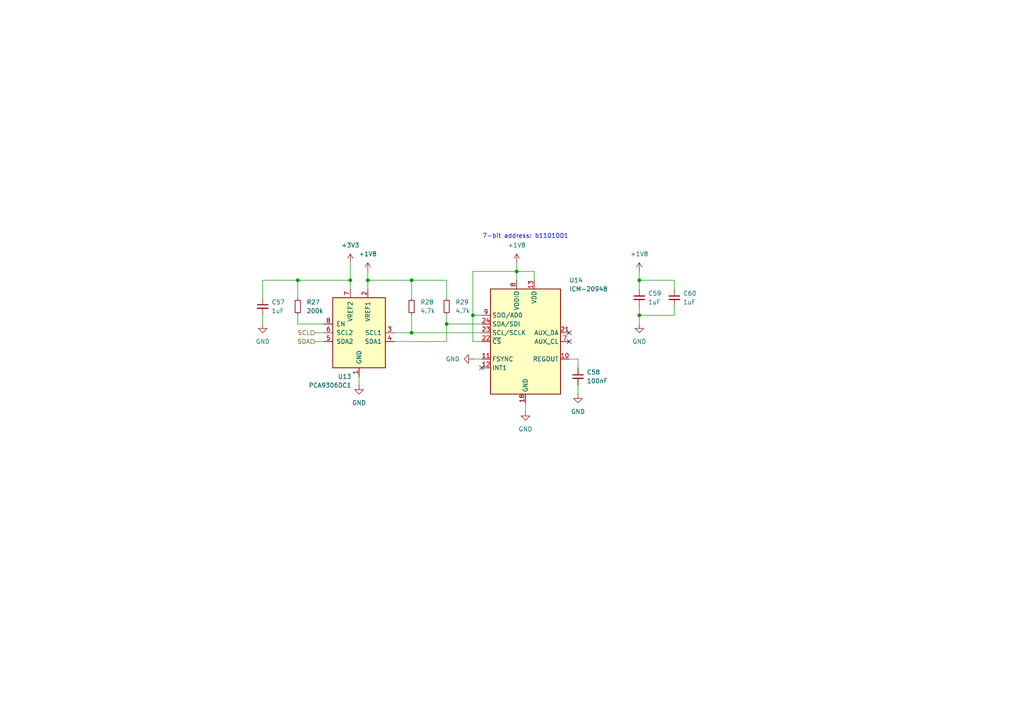
<source format=kicad_sch>
(kicad_sch (version 20250114) (generator "eeschema") (generator_version "9.0")
  (paper "A4")
  (lib_symbols
    (symbol "Device:C_Small" (pin_numbers (hide yes)) (pin_names (offset 0.254) (hide yes))
      (property "Reference" "C" (at 0.254 1.778 0))
      (property "Value" "C_Small" (at 0.254 -2.032 0))
      (symbol "C_Small_0_1"
        (polyline (pts (xy -1.524 0.508) (xy 1.524 0.508)) (stroke (width 0.3048)))
        (polyline (pts (xy -1.524 -0.508) (xy 1.524 -0.508)) (stroke (width 0.3302)))
      )
      (symbol "C_Small_1_1"
        (pin passive line (at 0 2.54 270) (length 2.032) (name "~") (number "1"))
        (pin passive line (at 0 -2.54 90) (length 2.032) (name "~") (number "2"))
      )
    )
    (symbol "Device:R_Small" (pin_numbers (hide yes)) (pin_names (offset 0.254) (hide yes))
      (property "Reference" "R" (at 0.762 0.508 0))
      (property "Value" "R_Small" (at 0.762 -1.016 0))
      (symbol "R_Small_0_1"
        (rectangle (start -0.762 1.778) (end 0.762 -1.778) (stroke (width 0.2032)))
      )
      (symbol "R_Small_1_1"
        (pin passive line (at 0 2.54 270) (length 0.762) (name "~") (number "1"))
        (pin passive line (at 0 -2.54 90) (length 0.762) (name "~") (number "2"))
      )
    )
    (symbol "Interface:PCA9306DC1" (pin_names (offset 1.016))
      (property "Reference" "U" (at -7.62 11.43 0))
      (property "Value" "PCA9306DC1" (at 3.81 11.43 0))
      (symbol "PCA9306DC1_0_1"
        (rectangle (start -7.62 10.16) (end 7.62 -10.16) (stroke (width 0.254)) (fill (type background)))
      )
      (symbol "PCA9306DC1_1_1"
        (pin bidirectional line (at -10.16 0 0) (length 2.54) (name "SCL1") (number "3"))
        (pin bidirectional line (at -10.16 -2.54 0) (length 2.54) (name "SDA1") (number "4"))
        (pin power_in line (at -2.54 12.7 270) (length 2.54) (name "VREF1") (number "2"))
        (pin power_in line (at 0 -12.7 90) (length 2.54) (name "GND") (number "1"))
        (pin power_in line (at 2.54 12.7 270) (length 2.54) (name "VREF2") (number "7"))
        (pin input line (at 10.16 2.54 180) (length 2.54) (name "EN") (number "8"))
        (pin bidirectional line (at 10.16 0 180) (length 2.54) (name "SCL2") (number "6"))
        (pin bidirectional line (at 10.16 -2.54 180) (length 2.54) (name "SDA2") (number "5"))
      )
    )
    (symbol "Sensor_Motion:ICM-20948"
      (property "Reference" "U" (at -11.43 16.51 0))
      (property "Value" "ICM-20948" (at 7.62 -16.51 0))
      (symbol "ICM-20948_0_1"
        (rectangle (start -10.16 15.24) (end 10.16 -15.24) (stroke (width 0.254)) (fill (type background)))
      )
      (symbol "ICM-20948_1_1"
        (pin bidirectional line (at -12.7 7.62 0) (length 2.54) (name "SDO/AD0") (number "9"))
        (pin bidirectional line (at -12.7 5.08 0) (length 2.54) (name "SDA/SDI") (number "24"))
        (pin input line (at -12.7 2.54 0) (length 2.54) (name "SCL/SCLK") (number "23"))
        (pin input line (at -12.7 0 0) (length 2.54) (name "~{CS}") (number "22"))
        (pin input line (at -12.7 -5.08 0) (length 2.54) (name "FSYNC") (number "11"))
        (pin output line (at -12.7 -7.62 0) (length 2.54) (name "INT1") (number "12"))
        (pin no_connect line (at -10.16 12.7 0) (length 2.54) (hide yes) (name "NC") (number "1"))
        (pin no_connect line (at -10.16 10.16 0) (length 2.54) (hide yes) (name "NC") (number "2"))
        (pin no_connect line (at -10.16 -2.54 0) (length 2.54) (hide yes) (name "NC") (number "3"))
        (pin no_connect line (at -10.16 -10.16 0) (length 2.54) (hide yes) (name "NC") (number "4"))
        (pin no_connect line (at -10.16 -12.7 0) (length 2.54) (hide yes) (name "NC") (number "5"))
        (pin power_in line (at -2.54 17.78 270) (length 2.54) (name "VDDIO") (number "8"))
        (pin power_in line (at 0 -17.78 90) (length 2.54) (name "GND") (number "18"))
        (pin passive line (at 0 -17.78 90) (length 2.54) (hide yes) (name "GND") (number "20"))
        (pin power_in line (at 2.54 17.78 270) (length 2.54) (name "VDD") (number "13"))
        (pin no_connect line (at 10.16 10.16 180) (length 2.54) (hide yes) (name "NC") (number "6"))
        (pin no_connect line (at 10.16 7.62 180) (length 2.54) (hide yes) (name "NC") (number "14"))
        (pin no_connect line (at 10.16 5.08 180) (length 2.54) (hide yes) (name "NC") (number "15"))
        (pin no_connect line (at 10.16 -7.62 180) (length 2.54) (hide yes) (name "NC") (number "16"))
        (pin no_connect line (at 10.16 -10.16 180) (length 2.54) (hide yes) (name "NC") (number "17"))
        (pin no_connect line (at 10.16 -12.7 180) (length 2.54) (hide yes) (name "RESV") (number "19"))
        (pin bidirectional line (at 12.7 2.54 180) (length 2.54) (name "AUX_DA") (number "21"))
        (pin output line (at 12.7 0 180) (length 2.54) (name "AUX_CL") (number "7"))
        (pin passive line (at 12.7 -5.08 180) (length 2.54) (name "REGOUT") (number "10"))
      )
    )
    (symbol "power:+3V3" (power) (pin_numbers (hide yes)) (pin_names (offset 0) (hide yes))
      (property "Value" "+3V3" (at 0 3.556 0))
      (symbol "+3V3_0_1"
        (polyline (pts (xy -0.762 1.27) (xy 0 2.54)))
        (polyline (pts (xy 0 2.54) (xy 0.762 1.27)))
        (polyline (pts (xy 0 0) (xy 0 2.54)))
      )
      (symbol "+3V3_1_1"
        (pin power_in line (at 0 0 90) (length 0) (name "~") (number "1"))
      )
    )
    (symbol "power:GND" (power) (pin_numbers (hide yes)) (pin_names (offset 0) (hide yes))
      (property "Value" "GND" (at 0 -3.81 0))
      (symbol "GND_0_1"
        (polyline (pts (xy 0 0) (xy 0 -1.27) (xy 1.27 -1.27) (xy 0 -2.54) (xy -1.27 -1.27) (xy 0 -1.27)))
      )
      (symbol "GND_1_1"
        (pin power_in line (at 0 0 270) (length 0) (name "~") (number "1"))
      )
    )
  )
  (text "7-bit address: b1101001" (at 152.4 68.58 0) (effects (font (size 1.27 1.27))))
  (junction (at 86.36 81.28))
  (junction (at 106.68 81.28))
  (junction (at 185.42 91.44))
  (junction (at 137.16 91.44))
  (junction (at 119.38 96.52))
  (junction (at 149.86 78.74))
  (junction (at 101.6 81.28))
  (junction (at 185.42 81.28))
  (junction (at 129.54 93.98))
  (junction (at 119.38 81.28))
  (no_connect (at 139.7 106.68))
  (no_connect (at 165.1 96.52))
  (no_connect (at 165.1 99.06))
  (wire (pts (xy 137.16 99.06) (xy 137.16 91.44)))
  (wire (pts (xy 185.42 81.28) (xy 185.42 83.82)))
  (wire (pts (xy 76.2 91.44) (xy 76.2 93.98)))
  (wire (pts (xy 137.16 91.44) (xy 137.16 78.74)))
  (wire (pts (xy 139.7 91.44) (xy 137.16 91.44)))
  (wire (pts (xy 185.42 91.44) (xy 195.58 91.44)))
  (wire (pts (xy 139.7 93.98) (xy 129.54 93.98)))
  (wire (pts (xy 195.58 81.28) (xy 185.42 81.28)))
  (wire (pts (xy 139.7 99.06) (xy 137.16 99.06)))
  (wire (pts (xy 167.64 104.14) (xy 165.1 104.14)))
  (wire (pts (xy 149.86 78.74) (xy 149.86 81.28)))
  (wire (pts (xy 195.58 91.44) (xy 195.58 88.9)))
  (wire (pts (xy 137.16 104.14) (xy 139.7 104.14)))
  (wire (pts (xy 119.38 81.28) (xy 119.38 86.36)))
  (wire (pts (xy 195.58 81.28) (xy 195.58 83.82)))
  (wire (pts (xy 114.3 96.52) (xy 119.38 96.52)))
  (wire (pts (xy 185.42 88.9) (xy 185.42 91.44)))
  (wire (pts (xy 91.44 96.52) (xy 93.98 96.52)))
  (wire (pts (xy 129.54 99.06) (xy 114.3 99.06)))
  (wire (pts (xy 93.98 93.98) (xy 86.36 93.98)))
  (wire (pts (xy 129.54 91.44) (xy 129.54 93.98)))
  (wire (pts (xy 119.38 91.44) (xy 119.38 96.52)))
  (wire (pts (xy 149.86 78.74) (xy 154.94 78.74)))
  (wire (pts (xy 106.68 81.28) (xy 119.38 81.28)))
  (wire (pts (xy 91.44 99.06) (xy 93.98 99.06)))
  (wire (pts (xy 106.68 78.74) (xy 106.68 81.28)))
  (wire (pts (xy 104.14 109.22) (xy 104.14 111.76)))
  (wire (pts (xy 152.4 116.84) (xy 152.4 119.38)))
  (wire (pts (xy 154.94 78.74) (xy 154.94 81.28)))
  (wire (pts (xy 167.64 106.68) (xy 167.64 104.14)))
  (wire (pts (xy 76.2 81.28) (xy 86.36 81.28)))
  (wire (pts (xy 185.42 81.28) (xy 185.42 78.74)))
  (wire (pts (xy 149.86 76.2) (xy 149.86 78.74)))
  (wire (pts (xy 86.36 81.28) (xy 86.36 86.36)))
  (wire (pts (xy 106.68 81.28) (xy 106.68 83.82)))
  (wire (pts (xy 119.38 81.28) (xy 129.54 81.28)))
  (wire (pts (xy 167.64 111.76) (xy 167.64 114.3)))
  (wire (pts (xy 129.54 81.28) (xy 129.54 86.36)))
  (wire (pts (xy 137.16 78.74) (xy 149.86 78.74)))
  (wire (pts (xy 185.42 91.44) (xy 185.42 93.98)))
  (wire (pts (xy 101.6 76.2) (xy 101.6 81.28)))
  (wire (pts (xy 101.6 81.28) (xy 101.6 83.82)))
  (wire (pts (xy 86.36 93.98) (xy 86.36 91.44)))
  (wire (pts (xy 119.38 96.52) (xy 139.7 96.52)))
  (wire (pts (xy 129.54 93.98) (xy 129.54 99.06)))
  (wire (pts (xy 76.2 86.36) (xy 76.2 81.28)))
  (wire (pts (xy 86.36 81.28) (xy 101.6 81.28)))
  (hierarchical_label "SCL" (shape input) (at 91.44 96.52 180))
  (hierarchical_label "SDA" (shape input) (at 91.44 99.06 180))
  (symbol (lib_id "Device:C_Small") (at 195.58 86.36 0) (unit 1)
    (property "Reference" "C60" (at 198.12 85.0962 0) (effects (justify left)))
    (property "Value" "1uF" (at 198.12 87.6362 0) (effects (justify left)))
    (property "Footprint" "Capacitor_SMD:C_0402_1005Metric" (effects (hide yes)))
    (property "Description" "Unpolarized capacitor, small symbol" (effects (hide yes)))
    (property "LCSC" "C52923" (effects (hide yes)))
  )
  (symbol (lib_id "power:+3V3") (at 101.6 76.2 0) (unit 1)
    (property "Reference" "#PWR0167" (effects (hide yes)))
    (property "Value" "+3V3" (at 101.6 71.12 0))
    (property "Description" "Power symbol creates a global label with name \"+3V3\"" (effects (hide yes)))
  )
  (symbol (lib_id "power:GND") (at 137.16 104.14 270) (unit 1)
    (property "Reference" "#PWR0170" (effects (hide yes)))
    (property "Value" "GND" (at 133.35 104.1399 90) (effects (justify right)))
    (property "Description" "Power symbol creates a global label with name \"GND\" , ground" (effects (hide yes)))
  )
  (symbol (lib_id "Interface:PCA9306DC1") (at 104.14 96.52 0) (mirror y) (unit 1)
    (property "Reference" "U13" (at 101.9459 109.22 0) (effects (justify left)))
    (property "Value" "PCA9306DC1" (at 101.9459 111.76 0) (effects (justify left)))
    (property "Footprint" "Package_SO:VSSOP-8_2.3x2mm_P0.5mm" (effects (hide yes)))
    (property "Datasheet" "https://www.nxp.com/docs/en/data-sheet/PCA9306.pdf" (effects (hide yes)))
    (property "Description" "Dual bidirectional I2C Bus and SMBus voltage level translator, VSSOP-8" (effects (hide yes)))
    (property "LCSC" "C129510" (effects (hide yes)))
  )
  (symbol (lib_id "Device:R_Small") (at 129.54 88.9 180) (unit 1)
    (property "Reference" "R29" (at 132.08 87.6299 0) (effects (justify right)))
    (property "Value" "4.7k" (at 132.08 90.1699 0) (effects (justify right)))
    (property "Footprint" "Resistor_SMD:R_0402_1005Metric" (effects (hide yes)))
    (property "Description" "Resistor, small symbol" (effects (hide yes)))
    (property "LCSC" "C25900" (effects (hide yes)))
  )
  (symbol (lib_id "power:+3V3") (at 149.86 76.2 0) (unit 1)
    (property "Reference" "#PWR0171" (effects (hide yes)))
    (property "Value" "+1V8" (at 149.86 71.12 0))
    (property "Description" "Power symbol creates a global label with name \"+1V8\"" (effects (hide yes)))
  )
  (symbol (lib_id "Device:R_Small") (at 86.36 88.9 0) (unit 1)
    (property "Reference" "R27" (at 88.9 87.6299 0) (effects (justify left)))
    (property "Value" "200k" (at 88.9 90.1699 0) (effects (justify left)))
    (property "Footprint" "Resistor_SMD:R_0402_1005Metric" (effects (hide yes)))
    (property "Description" "Resistor, small symbol" (effects (hide yes)))
    (property "LCSC" "C25764" (effects (hide yes)))
  )
  (symbol (lib_id "power:GND") (at 152.4 119.38 0) (unit 1)
    (property "Reference" "#PWR0172" (effects (hide yes)))
    (property "Value" "GND" (at 152.4 124.46 0))
    (property "Description" "Power symbol creates a global label with name \"GND\" , ground" (effects (hide yes)))
  )
  (symbol (lib_id "power:+3V3") (at 185.42 78.74 0) (unit 1)
    (property "Reference" "#PWR0174" (effects (hide yes)))
    (property "Value" "+1V8" (at 185.42 73.66 0))
    (property "Description" "Power symbol creates a global label with name \"+1V8\"" (effects (hide yes)))
  )
  (symbol (lib_id "Device:C_Small") (at 76.2 88.9 0) (unit 1)
    (property "Reference" "C57" (at 78.74 87.6362 0) (effects (justify left)))
    (property "Value" "1uF" (at 78.74 90.1762 0) (effects (justify left)))
    (property "Footprint" "Capacitor_SMD:C_0402_1005Metric" (effects (hide yes)))
    (property "Description" "Unpolarized capacitor, small symbol" (effects (hide yes)))
    (property "LCSC" "C52923" (effects (hide yes)))
  )
  (symbol (lib_id "Device:C_Small") (at 167.64 109.22 0) (unit 1)
    (property "Reference" "C58" (at 170.18 107.9562 0) (effects (justify left)))
    (property "Value" "100nF" (at 170.18 110.4962 0) (effects (justify left)))
    (property "Footprint" "Capacitor_SMD:C_0402_1005Metric" (effects (hide yes)))
    (property "Description" "Unpolarized capacitor, small symbol" (effects (hide yes)))
    (property "LCSC" "C307331" (effects (hide yes)))
    (property "Voltage" "50V" (effects (hide yes)))
  )
  (symbol (lib_id "Sensor_Motion:ICM-20948") (at 152.4 99.06 0) (unit 1)
    (property "Reference" "U14" (at 165.1 81.28 0) (effects (justify left)))
    (property "Value" "ICM-20948" (at 165.1 83.82 0) (effects (justify left)))
    (property "Footprint" "Sensor_Motion:InvenSense_QFN-24_3x3mm_P0.4mm" (effects (hide yes)))
    (property "Datasheet" "http://www.invensense.com/wp-content/uploads/2016/06/DS-000189-ICM-20948-v1.3.pdf" (effects (hide yes)))
    (property "Description" "InvenSense 9-Axis Motion Sensor, Accelerometer, Gyroscope, Compass, I2C/SPI, QFN-24" (effects (hide yes)))
    (property "LCSC" "C726001" (effects (hide yes)))
  )
  (symbol (lib_id "power:GND") (at 76.2 93.98 0) (unit 1)
    (property "Reference" "#PWR0166" (effects (hide yes)))
    (property "Value" "GND" (at 76.2 99.06 0))
    (property "Description" "Power symbol creates a global label with name \"GND\" , ground" (effects (hide yes)))
  )
  (symbol (lib_id "power:GND") (at 104.14 111.76 0) (unit 1)
    (property "Reference" "#PWR0168" (effects (hide yes)))
    (property "Value" "GND" (at 104.14 116.84 0))
    (property "Description" "Power symbol creates a global label with name \"GND\" , ground" (effects (hide yes)))
  )
  (symbol (lib_id "power:GND") (at 185.42 93.98 0) (unit 1)
    (property "Reference" "#PWR0175" (effects (hide yes)))
    (property "Value" "GND" (at 185.42 99.06 0))
    (property "Description" "Power symbol creates a global label with name \"GND\" , ground" (effects (hide yes)))
  )
  (symbol (lib_id "power:+3V3") (at 106.68 78.74 0) (unit 1)
    (property "Reference" "#PWR0169" (effects (hide yes)))
    (property "Value" "+1V8" (at 106.68 73.66 0))
    (property "Description" "Power symbol creates a global label with name \"+1V8\"" (effects (hide yes)))
  )
  (symbol (lib_id "Device:C_Small") (at 185.42 86.36 0) (unit 1)
    (property "Reference" "C59" (at 187.96 85.0962 0) (effects (justify left)))
    (property "Value" "1uF" (at 187.96 87.6362 0) (effects (justify left)))
    (property "Footprint" "Capacitor_SMD:C_0402_1005Metric" (effects (hide yes)))
    (property "Description" "Unpolarized capacitor, small symbol" (effects (hide yes)))
    (property "LCSC" "C52923" (effects (hide yes)))
  )
  (symbol (lib_id "power:GND") (at 167.64 114.3 0) (unit 1)
    (property "Reference" "#PWR0173" (effects (hide yes)))
    (property "Value" "GND" (at 167.64 119.38 0))
    (property "Description" "Power symbol creates a global label with name \"GND\" , ground" (effects (hide yes)))
  )
  (symbol (lib_id "Device:R_Small") (at 119.38 88.9 180) (unit 1)
    (property "Reference" "R28" (at 121.92 87.6299 0) (effects (justify right)))
    (property "Value" "4.7k" (at 121.92 90.1699 0) (effects (justify right)))
    (property "Footprint" "Resistor_SMD:R_0402_1005Metric" (effects (hide yes)))
    (property "Description" "Resistor, small symbol" (effects (hide yes)))
    (property "LCSC" "C25900" (effects (hide yes)))
  )
)
</source>
